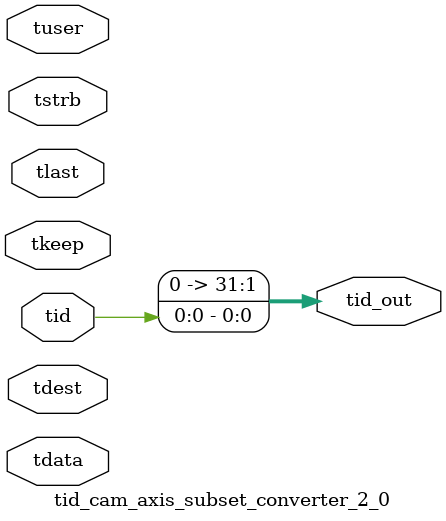
<source format=v>


`timescale 1ps/1ps

module tid_cam_axis_subset_converter_2_0 #
(
parameter C_S_AXIS_TID_WIDTH   = 1,
parameter C_S_AXIS_TUSER_WIDTH = 0,
parameter C_S_AXIS_TDATA_WIDTH = 0,
parameter C_S_AXIS_TDEST_WIDTH = 0,
parameter C_M_AXIS_TID_WIDTH   = 32
)
(
input  [(C_S_AXIS_TID_WIDTH   == 0 ? 1 : C_S_AXIS_TID_WIDTH)-1:0       ] tid,
input  [(C_S_AXIS_TDATA_WIDTH == 0 ? 1 : C_S_AXIS_TDATA_WIDTH)-1:0     ] tdata,
input  [(C_S_AXIS_TUSER_WIDTH == 0 ? 1 : C_S_AXIS_TUSER_WIDTH)-1:0     ] tuser,
input  [(C_S_AXIS_TDEST_WIDTH == 0 ? 1 : C_S_AXIS_TDEST_WIDTH)-1:0     ] tdest,
input  [(C_S_AXIS_TDATA_WIDTH/8)-1:0 ] tkeep,
input  [(C_S_AXIS_TDATA_WIDTH/8)-1:0 ] tstrb,
input                                                                    tlast,
output [(C_M_AXIS_TID_WIDTH   == 0 ? 1 : C_M_AXIS_TID_WIDTH)-1:0       ] tid_out
);

assign tid_out = {tid[0:0]};

endmodule


</source>
